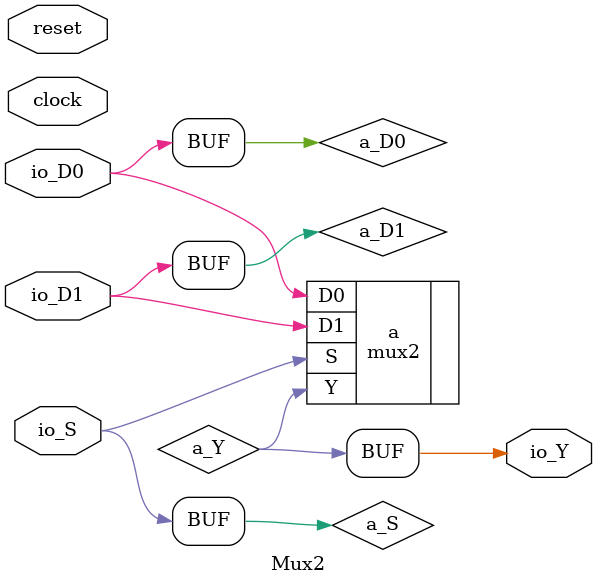
<source format=v>
module Mux2(
  input   clock,
  input   reset,
  input   io_D0,
  input   io_D1,
  input   io_S,
  output  io_Y
);
  wire  a_D0; // @[Mux2.scala 28:19]
  wire  a_D1; // @[Mux2.scala 28:19]
  wire  a_S; // @[Mux2.scala 28:19]
  wire  a_Y; // @[Mux2.scala 28:19]
  mux2 a ( // @[Mux2.scala 28:19]
    .D0(a_D0),
    .D1(a_D1),
    .S(a_S),
    .Y(a_Y)
  );
  assign io_Y = a_Y; // @[Mux2.scala 30:10]
  assign a_D0 = io_D0; // @[Mux2.scala 30:10]
  assign a_D1 = io_D1; // @[Mux2.scala 30:10]
  assign a_S = io_S; // @[Mux2.scala 30:10]
endmodule

</source>
